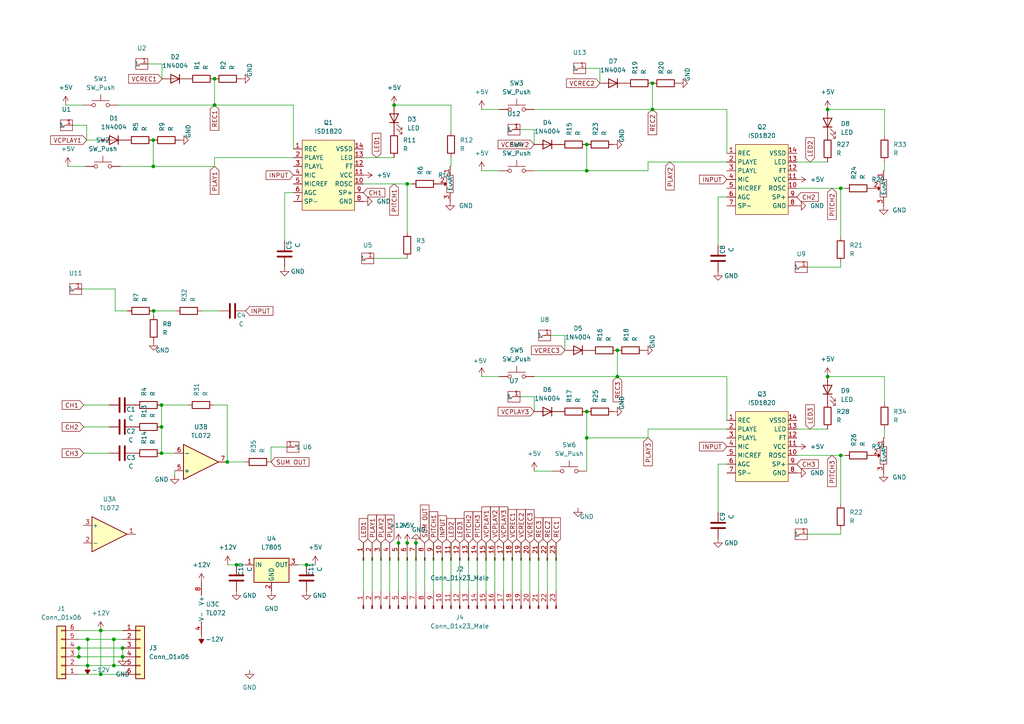
<source format=kicad_sch>
(kicad_sch (version 20230121) (generator eeschema)
  (paper "A4")
  (lib_symbols
    (symbol "Amplifier_Operational:TL072" (pin_names (offset 0.127))
      (property "Reference" "U" (at 0 5.08 0))
      (property "Value" "TL072" (at 0 -5.08 0))
      (symbol "TL072_1_1"
        (pin output line (at 7.62 0 180) (length 2.54) (name "~") (number "1"))
        (pin input line (at -7.62 -2.54 0) (length 2.54) (name "-") (number "2"))
        (pin input line (at -7.62 2.54 0) (length 2.54) (name "+") (number "3"))
      )
      (symbol "TL072_2_1"
        (pin input line (at -7.62 2.54 0) (length 2.54) (name "+") (number "5"))
        (pin input line (at -7.62 -2.54 0) (length 2.54) (name "-") (number "6"))
        (pin output line (at 7.62 0 180) (length 2.54) (name "~") (number "7"))
      )
      (symbol "TL072_3_1"
        (pin power_in line (at -2.54 -7.62 90) (length 3.81) (name "V-") (number "4"))
        (pin power_in line (at -2.54 7.62 270) (length 3.81) (name "V+") (number "8"))
      )
    )
    (symbol "Connector:Conn_01x23_Male" (pin_names (offset 1.016) hide)
      (property "Reference" "J" (at 0 30.48 0))
      (property "Value" "Conn_01x23_Male" (at 0 -30.48 0))
      (symbol "Conn_01x23_Male_1_1"
        (pin passive line (at 5.08 27.94 180) (length 3.81) (name "Pin_1") (number "1"))
        (pin passive line (at 5.08 5.08 180) (length 3.81) (name "Pin_10") (number "10"))
        (pin passive line (at 5.08 2.54 180) (length 3.81) (name "Pin_11") (number "11"))
        (pin passive line (at 5.08 0 180) (length 3.81) (name "Pin_12") (number "12"))
        (pin passive line (at 5.08 -2.54 180) (length 3.81) (name "Pin_13") (number "13"))
        (pin passive line (at 5.08 -5.08 180) (length 3.81) (name "Pin_14") (number "14"))
        (pin passive line (at 5.08 -7.62 180) (length 3.81) (name "Pin_15") (number "15"))
        (pin passive line (at 5.08 -10.16 180) (length 3.81) (name "Pin_16") (number "16"))
        (pin passive line (at 5.08 -12.7 180) (length 3.81) (name "Pin_17") (number "17"))
        (pin passive line (at 5.08 -15.24 180) (length 3.81) (name "Pin_18") (number "18"))
        (pin passive line (at 5.08 -17.78 180) (length 3.81) (name "Pin_19") (number "19"))
        (pin passive line (at 5.08 25.4 180) (length 3.81) (name "Pin_2") (number "2"))
        (pin passive line (at 5.08 -20.32 180) (length 3.81) (name "Pin_20") (number "20"))
        (pin passive line (at 5.08 -22.86 180) (length 3.81) (name "Pin_21") (number "21"))
        (pin passive line (at 5.08 -25.4 180) (length 3.81) (name "Pin_22") (number "22"))
        (pin passive line (at 5.08 -27.94 180) (length 3.81) (name "Pin_23") (number "23"))
        (pin passive line (at 5.08 22.86 180) (length 3.81) (name "Pin_3") (number "3"))
        (pin passive line (at 5.08 20.32 180) (length 3.81) (name "Pin_4") (number "4"))
        (pin passive line (at 5.08 17.78 180) (length 3.81) (name "Pin_5") (number "5"))
        (pin passive line (at 5.08 15.24 180) (length 3.81) (name "Pin_6") (number "6"))
        (pin passive line (at 5.08 12.7 180) (length 3.81) (name "Pin_7") (number "7"))
        (pin passive line (at 5.08 10.16 180) (length 3.81) (name "Pin_8") (number "8"))
        (pin passive line (at 5.08 7.62 180) (length 3.81) (name "Pin_9") (number "9"))
      )
    )
    (symbol "Connector_Generic:Conn_01x06" (pin_names (offset 1.016) hide)
      (property "Reference" "J" (at 0 7.62 0))
      (property "Value" "Conn_01x06" (at 0 -10.16 0))
      (symbol "Conn_01x06_1_1"
        (pin passive line (at -5.08 5.08 0) (length 3.81) (name "Pin_1") (number "1"))
        (pin passive line (at -5.08 2.54 0) (length 3.81) (name "Pin_2") (number "2"))
        (pin passive line (at -5.08 0 0) (length 3.81) (name "Pin_3") (number "3"))
        (pin passive line (at -5.08 -2.54 0) (length 3.81) (name "Pin_4") (number "4"))
        (pin passive line (at -5.08 -5.08 0) (length 3.81) (name "Pin_5") (number "5"))
        (pin passive line (at -5.08 -7.62 0) (length 3.81) (name "Pin_6") (number "6"))
      )
    )
    (symbol "Device:C" (pin_numbers hide) (pin_names (offset 0.254))
      (property "Reference" "C" (at 0.635 2.54 0))
      (property "Value" "C" (at 0.635 -2.54 0))
      (symbol "C_1_1"
        (pin passive line (at 0 3.81 270) (length 2.794) (name "~") (number "1"))
        (pin passive line (at 0 -3.81 90) (length 2.794) (name "~") (number "2"))
      )
    )
    (symbol "Device:LED" (pin_numbers hide) (pin_names (offset 1.016) hide)
      (property "Reference" "D" (at 0 2.54 0))
      (property "Value" "LED" (at 0 -2.54 0))
      (symbol "LED_1_1"
        (pin passive line (at -3.81 0 0) (length 2.54) (name "K") (number "1"))
        (pin passive line (at 3.81 0 180) (length 2.54) (name "A") (number "2"))
      )
    )
    (symbol "Device:R" (pin_numbers hide) (pin_names (offset 0))
      (property "Reference" "R" (at 2.032 0 90))
      (property "Value" "R" (at 0 0 90))
      (symbol "R_1_1"
        (pin passive line (at 0 3.81 270) (length 1.27) (name "~") (number "1"))
        (pin passive line (at 0 -3.81 90) (length 1.27) (name "~") (number "2"))
      )
    )
    (symbol "Diode:1N4004" (pin_numbers hide) (pin_names (offset 1.016) hide)
      (property "Reference" "D" (at 0 2.54 0))
      (property "Value" "1N4004" (at 0 -2.54 0))
      (symbol "1N4004_1_1"
        (pin passive line (at -3.81 0 0) (length 2.54) (name "K") (number "1"))
        (pin passive line (at 3.81 0 180) (length 2.54) (name "A") (number "2"))
      )
    )
    (symbol "HEJ:AlpsPot"
      (property "Reference" "R" (at -6.35 2.54 0))
      (symbol "AlpsPot_1_1"
        (pin passive line (at -3.556 -3.81 90) (length 2.54) (name "A") (number "1"))
        (pin passive line (at 0 1.27 180) (length 2.54) (name "S") (number "2"))
        (pin passive line (at -3.556 6.35 270) (length 2.54) (name "E") (number "3"))
        (pin no_connect line (at -11.684 0 270) (length 2.54) hide (name "NC") (number "4"))
        (pin no_connect line (at -13.716 0 270) (length 2.54) hide (name "NC") (number "5"))
        (pin no_connect line (at -16.002 0 270) (length 2.54) hide (name "NC") (number "6"))
      )
    )
    (symbol "HEJ:Aux_flush"
      (property "Reference" "U" (at -0.0508 5.3848 0))
      (symbol "Aux_flush_1_1"
        (pin bidirectional line (at 1.7272 0 180) (length 2) (name "1") (number "1"))
      )
    )
    (symbol "HEJ:ISD1820"
      (property "Reference" "Q" (at 0 13.97 0))
      (property "Value" "ISD1820" (at 1.27 -8.89 0))
      (symbol "ISD1820_1_1"
        (pin input line (at -8.89 10.16 0) (length 2.54) (name "REC") (number "1"))
        (pin input line (at 11.43 0 180) (length 2.54) (name "ROSC") (number "10"))
        (pin input line (at 11.43 2.54 180) (length 2.54) (name "VCC") (number "11"))
        (pin input line (at 11.43 5.08 180) (length 2.54) (name "FT") (number "12"))
        (pin input line (at 11.43 7.62 180) (length 2.54) (name "LED") (number "13"))
        (pin input line (at 11.43 10.16 180) (length 2.54) (name "VSSD") (number "14"))
        (pin input line (at -8.89 7.62 0) (length 2.54) (name "PLAYE") (number "2"))
        (pin input line (at -8.89 5.08 0) (length 2.54) (name "PLAYL") (number "3"))
        (pin input line (at -8.89 2.54 0) (length 2.54) (name "MIC") (number "4"))
        (pin input line (at -8.89 0 0) (length 2.54) (name "MICREF") (number "5"))
        (pin input line (at -8.89 -2.54 0) (length 2.54) (name "AGC") (number "6"))
        (pin input line (at -8.89 -5.08 0) (length 2.54) (name "SP-") (number "7"))
        (pin input line (at 11.43 -5.08 180) (length 2.54) (name "GND") (number "8"))
        (pin input line (at 11.43 -2.54 180) (length 2.54) (name "SP+") (number "9"))
      )
    )
    (symbol "Regulator_Linear:L7805" (pin_names (offset 0.254))
      (property "Reference" "U" (at -3.81 3.175 0))
      (property "Value" "L7805" (at 0 3.175 0))
      (symbol "L7805_1_1"
        (pin power_in line (at -7.62 0 0) (length 2.54) (name "IN") (number "1"))
        (pin power_in line (at 0 -7.62 90) (length 2.54) (name "GND") (number "2"))
        (pin power_out line (at 7.62 0 180) (length 2.54) (name "OUT") (number "3"))
      )
    )
    (symbol "Switch:SW_Push" (pin_numbers hide) (pin_names (offset 1.016) hide)
      (property "Reference" "SW" (at 1.27 2.54 0))
      (property "Value" "SW_Push" (at 0 -1.524 0))
      (symbol "SW_Push_0_1"
        (pin passive line (at -5.08 0 0) (length 2.54) (name "1") (number "1"))
        (pin passive line (at 5.08 0 180) (length 2.54) (name "2") (number "2"))
      )
    )
    (symbol "power:+12V" (power) (pin_names (offset 0))
      (property "Value" "+12V" (at 0 3.556 0))
      (symbol "+12V_1_1"
        (pin power_in line (at 0 0 90) (length 0) hide (name "+12V") (number "1"))
      )
    )
    (symbol "power:+5V" (power) (pin_names (offset 0))
      (property "Value" "+5V" (at 0 3.556 0))
      (symbol "+5V_1_1"
        (pin power_in line (at 0 0 90) (length 0) hide (name "+5V") (number "1"))
      )
    )
    (symbol "power:-12V" (power) (pin_names (offset 0))
      (property "Value" "-12V" (at 0 3.81 0))
      (symbol "-12V_0_0"
        (pin power_in line (at 0 0 90) (length 0) hide (name "-12V") (number "1"))
      )
    )
    (symbol "power:GND" (power) (pin_names (offset 0))
      (property "Value" "GND" (at 0 -3.81 0))
      (symbol "GND_1_1"
        (pin power_in line (at 0 0 270) (length 0) hide (name "GND") (number "1"))
      )
    )
  )
  (junction (at 179.07 109.22))
  (junction (at 114.3 30.48))
  (junction (at 243.84 54.61))
  (junction (at 240.03 109.22))
  (junction (at 22.86 187.96))
  (junction (at 189.23 24.13))
  (junction (at 170.18 119.38))
  (junction (at 120.65 157.48))
  (junction (at 46.863 117.475))
  (junction (at 179.07 101.6))
  (junction (at 240.03 31.75))
  (junction (at 35.56 190.5))
  (junction (at 46.863 123.825))
  (junction (at 29.21 182.88))
  (junction (at 46.863 131.445))
  (junction (at 115.57 157.48))
  (junction (at 118.11 53.34))
  (junction (at 68.58 163.83))
  (junction (at 62.23 22.86))
  (junction (at 25.4 193.04))
  (junction (at 44.577 90.17))
  (junction (at 189.23 31.75))
  (junction (at 65.913 133.985))
  (junction (at 170.18 127))
  (junction (at 170.18 49.53))
  (junction (at 29.21 195.58))
  (junction (at 118.11 157.48))
  (junction (at 170.18 41.91))
  (junction (at 44.45 40.64))
  (junction (at 25.4 185.42))
  (junction (at 62.23 30.48))
  (junction (at 88.9 163.83))
  (junction (at 22.86 190.5))
  (junction (at 44.45 48.26))
  (junction (at 33.02 185.42))
  (junction (at 243.84 132.08))
  (junction (at 35.56 187.96))
  (junction (at 33.02 193.04))
  (wire (pts (xy 23.6982 83.82) (xy 33.401 83.82)))
  (wire (pts (xy 170.18 119.38) (xy 170.18 127)))
  (wire (pts (xy 189.23 31.75) (xy 210.82 31.75)))
  (wire (pts (xy 46.863 131.445) (xy 50.673 131.445)))
  (wire (pts (xy 68.58 163.83) (xy 71.12 163.83)))
  (wire (pts (xy 150.8252 115.062) (xy 154.94 115.062)))
  (wire (pts (xy 62.23 45.72) (xy 85.09 45.72)))
  (wire (pts (xy 46.99 18.542) (xy 46.99 22.86)))
  (wire (pts (xy 173.99 19.812) (xy 173.99 24.13)))
  (wire (pts (xy 234.1372 154.94) (xy 243.84 154.94)))
  (wire (pts (xy 154.94 109.22) (xy 179.07 109.22)))
  (wire (pts (xy 105.41 53.34) (xy 118.11 53.34)))
  (wire (pts (xy 210.82 31.75) (xy 210.82 44.45)))
  (wire (pts (xy 170.18 49.53) (xy 187.96 49.53)))
  (wire (pts (xy 243.84 153.67) (xy 243.84 154.94)))
  (wire (pts (xy 231.14 46.99) (xy 240.03 46.99)))
  (wire (pts (xy 243.84 132.08) (xy 243.84 146.05)))
  (wire (pts (xy 82.55 69.85) (xy 82.55 55.88)))
  (wire (pts (xy 243.84 132.08) (xy 245.11 132.08)))
  (wire (pts (xy 159.7152 97.282) (xy 163.83 97.282)))
  (wire (pts (xy 24.257 123.825) (xy 31.623 123.825)))
  (wire (pts (xy 22.86 185.42) (xy 25.4 185.42)))
  (wire (pts (xy 50.673 136.525) (xy 50.673 137.795)))
  (wire (pts (xy 22.86 195.58) (xy 29.21 195.58)))
  (wire (pts (xy 139.7 49.53) (xy 144.78 49.53)))
  (wire (pts (xy 187.96 124.46) (xy 210.82 124.46)))
  (wire (pts (xy 22.86 193.04) (xy 25.4 193.04)))
  (wire (pts (xy 240.03 109.22) (xy 256.54 109.22)))
  (wire (pts (xy 210.82 109.22) (xy 210.82 121.92)))
  (wire (pts (xy 256.54 124.46) (xy 256.54 127)))
  (wire (pts (xy 169.8752 19.812) (xy 173.99 19.812)))
  (wire (pts (xy 29.21 182.88) (xy 29.21 195.58)))
  (wire (pts (xy 25.4 185.42) (xy 33.02 185.42)))
  (wire (pts (xy 33.02 185.42) (xy 33.02 193.04)))
  (wire (pts (xy 256.54 46.99) (xy 256.54 49.53)))
  (wire (pts (xy 208.28 71.12) (xy 208.28 57.15)))
  (wire (pts (xy 130.81 30.48) (xy 130.81 38.1)))
  (wire (pts (xy 35.56 187.96) (xy 35.56 190.5)))
  (wire (pts (xy 154.94 31.75) (xy 189.23 31.75)))
  (wire (pts (xy 158.75 157.48) (xy 158.75 171.45)))
  (wire (pts (xy 151.13 157.48) (xy 151.13 171.45)))
  (wire (pts (xy 231.14 54.61) (xy 243.84 54.61)))
  (wire (pts (xy 33.401 83.82) (xy 33.401 90.17)))
  (wire (pts (xy 156.21 157.48) (xy 156.21 171.45)))
  (wire (pts (xy 150.8252 37.592) (xy 154.94 37.592)))
  (wire (pts (xy 36.957 90.17) (xy 33.401 90.17)))
  (wire (pts (xy 135.89 157.48) (xy 135.89 171.45)))
  (wire (pts (xy 82.55 55.88) (xy 85.09 55.88)))
  (wire (pts (xy 256.54 31.75) (xy 256.54 39.37)))
  (wire (pts (xy 44.577 90.17) (xy 50.927 90.17)))
  (wire (pts (xy 240.03 31.75) (xy 256.54 31.75)))
  (wire (pts (xy 208.28 57.15) (xy 210.82 57.15)))
  (wire (pts (xy 105.41 45.72) (xy 114.3 45.72)))
  (wire (pts (xy 189.23 24.13) (xy 189.23 31.75)))
  (wire (pts (xy 115.57 157.48) (xy 115.57 171.45)))
  (wire (pts (xy 62.23 30.48) (xy 85.09 30.48)))
  (wire (pts (xy 187.96 49.53) (xy 187.96 46.99)))
  (wire (pts (xy 128.27 157.48) (xy 128.27 171.45)))
  (wire (pts (xy 65.913 117.475) (xy 65.913 133.985)))
  (wire (pts (xy 46.863 117.475) (xy 54.483 117.475)))
  (wire (pts (xy 118.11 53.34) (xy 118.11 67.31)))
  (wire (pts (xy 44.577 91.44) (xy 44.577 90.17)))
  (wire (pts (xy 22.86 190.5) (xy 35.56 190.5)))
  (wire (pts (xy 33.02 185.42) (xy 35.56 185.42)))
  (wire (pts (xy 243.84 54.61) (xy 245.11 54.61)))
  (wire (pts (xy 78.613 129.667) (xy 78.613 133.985)))
  (wire (pts (xy 105.41 157.48) (xy 105.41 171.45)))
  (wire (pts (xy 187.96 127) (xy 187.96 124.46)))
  (wire (pts (xy 231.14 132.08) (xy 243.84 132.08)))
  (wire (pts (xy 154.94 37.592) (xy 154.94 41.91)))
  (wire (pts (xy 25.146 36.322) (xy 25.146 40.64)))
  (wire (pts (xy 231.14 124.46) (xy 240.03 124.46)))
  (wire (pts (xy 66.04 163.83) (xy 68.58 163.83)))
  (wire (pts (xy 170.18 127) (xy 170.18 136.652)))
  (wire (pts (xy 125.73 157.48) (xy 125.73 171.45)))
  (wire (pts (xy 153.67 157.48) (xy 153.67 171.45)))
  (wire (pts (xy 29.21 195.58) (xy 35.56 195.58)))
  (wire (pts (xy 91.44 163.83) (xy 88.9 163.83)))
  (wire (pts (xy 62.23 22.86) (xy 62.23 30.48)))
  (wire (pts (xy 19.05 30.48) (xy 24.13 30.48)))
  (wire (pts (xy 179.07 101.6) (xy 179.07 109.22)))
  (wire (pts (xy 29.21 182.88) (xy 35.56 182.88)))
  (wire (pts (xy 256.54 127) (xy 256.286 127)))
  (wire (pts (xy 25.4 185.42) (xy 25.4 193.04)))
  (wire (pts (xy 44.45 40.64) (xy 44.45 48.26)))
  (wire (pts (xy 170.18 41.91) (xy 170.18 49.53)))
  (wire (pts (xy 130.81 45.72) (xy 130.81 48.26)))
  (wire (pts (xy 148.59 157.48) (xy 148.59 171.45)))
  (wire (pts (xy 138.43 157.48) (xy 138.43 171.45)))
  (wire (pts (xy 21.0312 36.322) (xy 25.146 36.322)))
  (wire (pts (xy 44.45 48.26) (xy 62.23 48.26)))
  (wire (pts (xy 107.95 157.48) (xy 107.95 171.45)))
  (wire (pts (xy 24.257 131.445) (xy 31.623 131.445)))
  (wire (pts (xy 163.83 97.282) (xy 163.83 101.6)))
  (wire (pts (xy 62.23 48.26) (xy 62.23 45.72)))
  (wire (pts (xy 110.49 157.48) (xy 110.49 171.45)))
  (wire (pts (xy 154.94 136.652) (xy 160.02 136.652)))
  (wire (pts (xy 208.28 148.59) (xy 208.28 134.62)))
  (wire (pts (xy 19.685 48.26) (xy 24.765 48.26)))
  (wire (pts (xy 22.86 182.88) (xy 29.21 182.88)))
  (wire (pts (xy 25.146 40.64) (xy 29.21 40.64)))
  (wire (pts (xy 46.863 123.825) (xy 46.863 131.445)))
  (wire (pts (xy 234.1372 77.47) (xy 243.84 77.47)))
  (wire (pts (xy 118.11 53.34) (xy 119.38 53.34)))
  (wire (pts (xy 187.96 46.99) (xy 210.82 46.99)))
  (wire (pts (xy 114.3 30.48) (xy 130.81 30.48)))
  (wire (pts (xy 34.925 48.26) (xy 44.45 48.26)))
  (wire (pts (xy 118.11 157.48) (xy 118.11 171.45)))
  (wire (pts (xy 65.913 133.985) (xy 70.993 133.985)))
  (wire (pts (xy 208.28 134.62) (xy 210.82 134.62)))
  (wire (pts (xy 179.07 109.22) (xy 210.82 109.22)))
  (wire (pts (xy 243.84 76.2) (xy 243.84 77.47)))
  (wire (pts (xy 22.86 187.96) (xy 35.56 187.96)))
  (wire (pts (xy 120.65 157.48) (xy 120.65 171.45)))
  (wire (pts (xy 243.84 54.61) (xy 243.84 68.58)))
  (wire (pts (xy 113.03 157.48) (xy 113.03 171.45)))
  (wire (pts (xy 133.35 157.48) (xy 133.35 171.45)))
  (wire (pts (xy 34.29 30.48) (xy 62.23 30.48)))
  (wire (pts (xy 24.257 117.475) (xy 31.623 117.475)))
  (wire (pts (xy 85.09 30.48) (xy 85.09 43.18)))
  (wire (pts (xy 25.4 193.04) (xy 33.02 193.04)))
  (wire (pts (xy 130.81 48.26) (xy 130.556 48.26)))
  (wire (pts (xy 170.18 127) (xy 187.96 127)))
  (wire (pts (xy 65.913 117.475) (xy 62.103 117.475)))
  (wire (pts (xy 58.547 90.17) (xy 63.627 90.17)))
  (wire (pts (xy 256.54 49.53) (xy 256.286 49.53)))
  (wire (pts (xy 130.81 157.48) (xy 130.81 171.45)))
  (wire (pts (xy 108.4072 74.93) (xy 118.11 74.93)))
  (wire (pts (xy 139.7 109.22) (xy 144.78 109.22)))
  (wire (pts (xy 146.05 157.48) (xy 146.05 171.45)))
  (wire (pts (xy 33.02 193.04) (xy 35.56 193.04)))
  (wire (pts (xy 88.9 163.83) (xy 86.36 163.83)))
  (wire (pts (xy 123.19 157.48) (xy 123.19 171.45)))
  (wire (pts (xy 139.7 31.75) (xy 144.78 31.75)))
  (wire (pts (xy 154.94 49.53) (xy 170.18 49.53)))
  (wire (pts (xy 154.94 115.062) (xy 154.94 119.38)))
  (wire (pts (xy 140.97 157.48) (xy 140.97 171.45)))
  (wire (pts (xy 42.8752 18.542) (xy 46.99 18.542)))
  (wire (pts (xy 143.51 157.48) (xy 143.51 171.45)))
  (wire (pts (xy 46.863 117.475) (xy 46.863 123.825)))
  (wire (pts (xy 22.86 187.96) (xy 22.86 190.5)))
  (wire (pts (xy 83.2358 129.667) (xy 78.613 129.667)))
  (wire (pts (xy 161.29 157.48) (xy 161.29 171.45)))
  (wire (pts (xy 256.54 109.22) (xy 256.54 116.84)))
  (global_label "LED1" (shape input) (at 105.41 157.48 90) (property "Intersheetrefs" "${INTERSHEET_REFS}" (effects hide)))
  (global_label "PLAY1" (shape input) (at 62.23 48.26 270) (property "Intersheetrefs" "${INTERSHEET_REFS}" (effects hide)))
  (global_label "LED3" (shape input) (at 234.95 124.46 90) (property "Intersheetrefs" "${INTERSHEET_REFS}" (effects hide)))
  (global_label "VCREC3" (shape input) (at 153.67 157.48 90) (property "Intersheetrefs" "${INTERSHEET_REFS}" (effects hide)))
  (global_label "CH1" (shape input) (at 24.257 117.475 180) (property "Intersheetrefs" "${INTERSHEET_REFS}" (effects hide)))
  (global_label "REC1" (shape input) (at 62.23 30.48 270) (property "Intersheetrefs" "${INTERSHEET_REFS}" (effects hide)))
  (global_label "CH2" (shape input) (at 24.257 123.825 180) (property "Intersheetrefs" "${INTERSHEET_REFS}" (effects hide)))
  (global_label "VCPLAY3" (shape input) (at 154.94 119.38 180) (property "Intersheetrefs" "${INTERSHEET_REFS}" (effects hide)))
  (global_label "PLAY1" (shape input) (at 107.95 157.48 90) (property "Intersheetrefs" "${INTERSHEET_REFS}" (effects hide)))
  (global_label "LED2" (shape input) (at 234.95 46.99 90) (property "Intersheetrefs" "${INTERSHEET_REFS}" (effects hide)))
  (global_label "SUM OUT" (shape input) (at 78.613 133.985 0) (property "Intersheetrefs" "${INTERSHEET_REFS}" (effects hide)))
  (global_label "LED1" (shape input) (at 109.22 45.72 90) (property "Intersheetrefs" "${INTERSHEET_REFS}" (effects hide)))
  (global_label "VCPLAY3" (shape input) (at 146.05 157.48 90) (property "Intersheetrefs" "${INTERSHEET_REFS}" (effects hide)))
  (global_label "INPUT" (shape input) (at 128.27 157.48 90) (property "Intersheetrefs" "${INTERSHEET_REFS}" (effects hide)))
  (global_label "REC3" (shape input) (at 156.21 157.48 90) (property "Intersheetrefs" "${INTERSHEET_REFS}" (effects hide)))
  (global_label "VCREC2" (shape input) (at 173.99 24.13 180) (property "Intersheetrefs" "${INTERSHEET_REFS}" (effects hide)))
  (global_label "CH3" (shape input) (at 24.257 131.445 180) (property "Intersheetrefs" "${INTERSHEET_REFS}" (effects hide)))
  (global_label "REC1" (shape input) (at 161.29 157.48 90) (property "Intersheetrefs" "${INTERSHEET_REFS}" (effects hide)))
  (global_label "VCREC1" (shape input) (at 148.59 157.48 90) (property "Intersheetrefs" "${INTERSHEET_REFS}" (effects hide)))
  (global_label "VCPLAY2" (shape input) (at 143.51 157.48 90) (property "Intersheetrefs" "${INTERSHEET_REFS}" (effects hide)))
  (global_label "CH3" (shape input) (at 231.14 134.62 0) (property "Intersheetrefs" "${INTERSHEET_REFS}" (effects hide)))
  (global_label "INPUT" (shape input) (at 210.82 52.07 180) (property "Intersheetrefs" "${INTERSHEET_REFS}" (effects hide)))
  (global_label "CH1" (shape input) (at 105.41 55.88 0) (property "Intersheetrefs" "${INTERSHEET_REFS}" (effects hide)))
  (global_label "INPUT" (shape input) (at 85.09 50.8 180) (property "Intersheetrefs" "${INTERSHEET_REFS}" (effects hide)))
  (global_label "PITCH2" (shape input) (at 241.3 54.61 270) (property "Intersheetrefs" "${INTERSHEET_REFS}" (effects hide)))
  (global_label "PITCH3" (shape input) (at 138.43 157.48 90) (property "Intersheetrefs" "${INTERSHEET_REFS}" (effects hide)))
  (global_label "REC2" (shape input) (at 189.23 31.75 270) (property "Intersheetrefs" "${INTERSHEET_REFS}" (effects hide)))
  (global_label "VCREC1" (shape input) (at 46.99 22.86 180) (property "Intersheetrefs" "${INTERSHEET_REFS}" (effects hide)))
  (global_label "INPUT" (shape input) (at 71.247 90.17 0) (property "Intersheetrefs" "${INTERSHEET_REFS}" (effects hide)))
  (global_label "REC3" (shape input) (at 179.07 109.22 270) (property "Intersheetrefs" "${INTERSHEET_REFS}" (effects hide)))
  (global_label "SUM OUT" (shape input) (at 123.19 157.48 90) (property "Intersheetrefs" "${INTERSHEET_REFS}" (effects hide)))
  (global_label "PLAY3" (shape input) (at 187.96 127 270) (property "Intersheetrefs" "${INTERSHEET_REFS}" (effects hide)))
  (global_label "INPUT" (shape input) (at 210.82 129.54 180) (property "Intersheetrefs" "${INTERSHEET_REFS}" (effects hide)))
  (global_label "VCPLAY1" (shape input) (at 25.146 40.64 180) (property "Intersheetrefs" "${INTERSHEET_REFS}" (effects hide)))
  (global_label "VCPLAY2" (shape input) (at 154.94 41.91 180) (property "Intersheetrefs" "${INTERSHEET_REFS}" (effects hide)))
  (global_label "PITCH1" (shape input) (at 125.73 157.48 90) (property "Intersheetrefs" "${INTERSHEET_REFS}" (effects hide)))
  (global_label "CH2" (shape input) (at 231.14 57.15 0) (property "Intersheetrefs" "${INTERSHEET_REFS}" (effects hide)))
  (global_label "PLAY2" (shape input) (at 194.31 46.99 270) (property "Intersheetrefs" "${INTERSHEET_REFS}" (effects hide)))
  (global_label "REC2" (shape input) (at 158.75 157.48 90) (property "Intersheetrefs" "${INTERSHEET_REFS}" (effects hide)))
  (global_label "VCREC2" (shape input) (at 151.13 157.48 90) (property "Intersheetrefs" "${INTERSHEET_REFS}" (effects hide)))
  (global_label "VCPLAY1" (shape input) (at 140.97 157.48 90) (property "Intersheetrefs" "${INTERSHEET_REFS}" (effects hide)))
  (global_label "LED2" (shape input) (at 130.81 157.48 90) (property "Intersheetrefs" "${INTERSHEET_REFS}" (effects hide)))
  (global_label "PITCH3" (shape input) (at 241.3 132.08 270) (property "Intersheetrefs" "${INTERSHEET_REFS}" (effects hide)))
  (global_label "PLAY2" (shape input) (at 110.49 157.48 90) (property "Intersheetrefs" "${INTERSHEET_REFS}" (effects hide)))
  (global_label "PITCH1" (shape input) (at 114.3 53.34 270) (property "Intersheetrefs" "${INTERSHEET_REFS}" (effects hide)))
  (global_label "LED3" (shape input) (at 133.35 157.48 90) (property "Intersheetrefs" "${INTERSHEET_REFS}" (effects hide)))
  (global_label "VCREC3" (shape input) (at 163.83 101.6 180) (property "Intersheetrefs" "${INTERSHEET_REFS}" (effects hide)))
  (global_label "PLAY3" (shape input) (at 113.03 157.48 90) (property "Intersheetrefs" "${INTERSHEET_REFS}" (effects hide)))
  (global_label "PITCH2" (shape input) (at 135.89 157.48 90) (property "Intersheetrefs" "${INTERSHEET_REFS}" (effects hide)))
  (symbol (lib_id "Switch:SW_Push") (at 165.1 136.652 0) (unit 1)
    (property "Reference" "SW6" (at 165.1 129.032 0))
    (property "Value" "SW_Push" (at 165.1 131.572 0))
    (property "Footprint" "Library:PushButton" (effects hide))
  )
  (symbol (lib_id "Device:R") (at 240.03 43.18 0) (unit 1)
    (property "Reference" "R27" (at 242.57 41.9099 0) (effects (justify left)))
    (property "Value" "R" (at 242.57 44.4499 0) (effects (justify left)))
    (property "Footprint" "Resistor_THT:R_Axial_DIN0207_L6.3mm_D2.5mm_P10.16mm_Horizontal" (effects hide))
  )
  (symbol (lib_id "Device:R") (at 248.92 54.61 90) (unit 1)
    (property "Reference" "R24" (at 247.6499 52.07 0) (effects (justify left)))
    (property "Value" "R" (at 250.1899 52.07 0) (effects (justify left)))
    (property "Footprint" "Resistor_THT:R_Axial_DIN0207_L6.3mm_D2.5mm_P10.16mm_Horizontal" (effects hide))
  )
  (symbol (lib_id "Device:R") (at 248.92 132.08 90) (unit 1)
    (property "Reference" "R26" (at 247.6499 129.54 0) (effects (justify left)))
    (property "Value" "R" (at 250.1899 129.54 0) (effects (justify left)))
    (property "Footprint" "Resistor_THT:R_Axial_DIN0207_L6.3mm_D2.5mm_P10.16mm_Horizontal" (effects hide))
  )
  (symbol (lib_id "Switch:SW_Push") (at 149.86 31.75 0) (unit 1)
    (property "Reference" "SW3" (at 149.86 24.13 0))
    (property "Value" "SW_Push" (at 149.86 26.67 0))
    (property "Footprint" "Library:PushButton" (effects hide))
  )
  (symbol (lib_id "power:+5V") (at 118.11 157.48 0) (unit 1)
    (property "Reference" "#PWR0101" (effects hide))
    (property "Value" "+5V" (at 118.11 152.4 0))
  )
  (symbol (lib_id "power:GND") (at 256.286 59.69 0) (unit 1)
    (property "Reference" "#PWR0126" (effects hide))
    (property "Value" "GND" (at 258.826 60.9599 0) (effects (justify left)))
  )
  (symbol (lib_id "power:GND") (at 196.85 24.13 90) (unit 1)
    (property "Reference" "#PWR0129" (effects hide))
    (property "Value" "GND" (at 199.39 21.59 0))
  )
  (symbol (lib_id "Device:LED") (at 240.03 35.56 90) (unit 1)
    (property "Reference" "D8" (at 243.84 35.8774 90) (effects (justify right)))
    (property "Value" "LED" (at 243.84 38.4174 90) (effects (justify right)))
    (property "Footprint" "LED_THT:LED_D5.0mm" (effects hide))
  )
  (symbol (lib_id "Device:C") (at 35.433 123.825 90) (unit 1)
    (property "Reference" "C2" (at 37.973 125.095 90))
    (property "Value" "C" (at 37.973 127.635 90))
    (property "Footprint" "Capacitor_THT:C_Axial_L3.8mm_D2.6mm_P7.50mm_Horizontal" (effects hide))
  )
  (symbol (lib_id "HEJ:Aux_flush") (at 84.963 129.667 180) (unit 1)
    (property "Reference" "U6" (at 87.757 129.6415 0) (effects (justify right)))
    (property "Value" "Aux_flush" (effects hide))
    (property "Footprint" "Library:aux_flush" (effects hide))
  )
  (symbol (lib_id "power:GND") (at 78.74 171.45 0) (unit 1)
    (property "Reference" "#PWR0109" (effects hide))
    (property "Value" "GND" (at 78.74 176.53 0))
  )
  (symbol (lib_id "power:GND") (at 208.28 156.21 0) (unit 1)
    (property "Reference" "#PWR0140" (effects hide))
    (property "Value" "GND" (at 212.09 157.48 0))
  )
  (symbol (lib_id "Device:C") (at 35.433 131.445 90) (unit 1)
    (property "Reference" "C3" (at 37.973 132.715 90))
    (property "Value" "C" (at 37.973 135.255 90))
    (property "Footprint" "Capacitor_THT:C_Axial_L3.8mm_D2.6mm_P7.50mm_Horizontal" (effects hide))
  )
  (symbol (lib_id "Amplifier_Operational:TL072") (at 60.96 176.53 0) (unit 3)
    (property "Reference" "U3" (at 59.69 175.2599 0) (effects (justify left)))
    (property "Value" "TL072" (at 59.69 177.7999 0) (effects (justify left)))
    (property "Footprint" "Package_DIP:DIP-8_W7.62mm_Socket" (effects hide))
    (property "Datasheet" "http://www.ti.com/lit/ds/symlink/tl071.pdf" (effects hide))
  )
  (symbol (lib_id "power:+5V") (at 139.7 109.22 0) (unit 1)
    (property "Reference" "#PWR0130" (effects hide))
    (property "Value" "+5V" (at 139.192 104.648 0))
  )
  (symbol (lib_id "Device:R") (at 256.54 120.65 180) (unit 1)
    (property "Reference" "R34" (at 259.08 119.3799 0) (effects (justify right)))
    (property "Value" "R" (at 259.08 121.9199 0) (effects (justify right)))
    (property "Footprint" "Resistor_THT:R_Axial_DIN0207_L6.3mm_D2.5mm_P10.16mm_Horizontal" (effects hide))
  )
  (symbol (lib_id "Device:R") (at 240.03 120.65 0) (unit 1)
    (property "Reference" "R28" (at 242.57 119.3799 0) (effects (justify left)))
    (property "Value" "R" (at 242.57 121.9199 0) (effects (justify left)))
    (property "Footprint" "Resistor_THT:R_Axial_DIN0207_L6.3mm_D2.5mm_P10.16mm_Horizontal" (effects hide))
  )
  (symbol (lib_id "power:GND") (at 105.41 58.42 90) (unit 1)
    (property "Reference" "#PWR0112" (effects hide))
    (property "Value" "GND" (at 109.22 58.4199 90) (effects (justify right)))
  )
  (symbol (lib_id "power:GND") (at 35.56 190.5 0) (unit 1)
    (property "Reference" "#PWR0107" (effects hide))
    (property "Value" "GND" (at 35.56 195.58 0))
  )
  (symbol (lib_id "Device:C") (at 67.437 90.17 90) (unit 1)
    (property "Reference" "C4" (at 69.977 91.44 90))
    (property "Value" "C" (at 69.977 93.98 90))
    (property "Footprint" "Capacitor_THT:C_Axial_L3.8mm_D2.6mm_P10.00mm_Horizontal" (effects hide))
  )
  (symbol (lib_id "Device:C") (at 68.58 167.64 180) (unit 1)
    (property "Reference" "C10" (at 69.85 165.1 90))
    (property "Value" "C" (at 72.39 165.1 90))
    (property "Footprint" "Capacitor_THT:C_Axial_L3.8mm_D2.6mm_P10.00mm_Horizontal" (effects hide))
  )
  (symbol (lib_id "power:GND") (at 69.85 22.86 90) (unit 1)
    (property "Reference" "#PWR0103" (effects hide))
    (property "Value" "GND" (at 72.39 20.32 0))
  )
  (symbol (lib_id "power:GND") (at 177.8 119.38 90) (unit 1)
    (property "Reference" "#PWR0151" (effects hide))
    (property "Value" "GND" (at 180.34 116.84 0))
  )
  (symbol (lib_id "Connector_Generic:Conn_01x06") (at 40.64 187.96 0) (unit 1)
    (property "Reference" "J3" (at 43.18 187.9599 0) (effects (justify left)))
    (property "Value" "Conn_01x06" (at 43.18 190.4999 0) (effects (justify left)))
    (property "Footprint" "Connector_PinHeader_2.54mm:PinHeader_1x06_P2.54mm_Vertical" (effects hide))
  )
  (symbol (lib_id "Device:R") (at 185.42 24.13 90) (unit 1)
    (property "Reference" "R19" (at 184.1499 21.59 0) (effects (justify left)))
    (property "Value" "R" (at 186.6899 21.59 0) (effects (justify left)))
    (property "Footprint" "Resistor_THT:R_Axial_DIN0207_L6.3mm_D2.5mm_P10.16mm_Horizontal" (effects hide))
  )
  (symbol (lib_id "power:GND") (at 177.8 41.91 90) (unit 1)
    (property "Reference" "#PWR0153" (effects hide))
    (property "Value" "GND" (at 180.34 39.37 0))
  )
  (symbol (lib_id "power:-12V") (at 58.42 184.15 180) (unit 1)
    (property "Reference" "#PWR0117" (effects hide))
    (property "Value" "-12V" (at 62.23 185.42 0))
  )
  (symbol (lib_id "Device:R") (at 43.053 123.825 90) (unit 1)
    (property "Reference" "R13" (at 41.7829 121.285 0) (effects (justify left)))
    (property "Value" "R" (at 44.3229 121.285 0) (effects (justify left)))
    (property "Footprint" "Resistor_THT:R_Axial_DIN0207_L6.3mm_D2.5mm_P10.16mm_Horizontal" (effects hide))
  )
  (symbol (lib_id "Amplifier_Operational:TL072") (at 58.293 133.985 0) (mirror x) (unit 2)
    (property "Reference" "U3" (at 58.293 123.825 0))
    (property "Value" "TL072" (at 58.293 126.365 0))
    (property "Footprint" "Package_DIP:DIP-8_W7.62mm_Socket" (effects hide))
    (property "Datasheet" "http://www.ti.com/lit/ds/symlink/tl071.pdf" (effects hide))
  )
  (symbol (lib_id "Device:C") (at 88.9 167.64 180) (unit 1)
    (property "Reference" "C11" (at 90.17 165.1 90))
    (property "Value" "C" (at 92.71 165.1 90))
    (property "Footprint" "Capacitor_THT:C_Axial_L3.8mm_D2.6mm_P10.00mm_Horizontal" (effects hide))
  )
  (symbol (lib_id "HEJ:AlpsPot") (at 252.73 53.34 180) (unit 1)
    (property "Reference" "R29" (at 252.73 52.07 0) (effects (justify right)))
    (property "Value" "AlpsPot" (effects hide))
    (property "Footprint" "Library:AlpsPot" (effects hide))
  )
  (symbol (lib_id "Device:R") (at 66.04 22.86 90) (unit 1)
    (property "Reference" "R2" (at 64.7699 20.32 0) (effects (justify left)))
    (property "Value" "R" (at 67.3099 20.32 0) (effects (justify left)))
    (property "Footprint" "Resistor_THT:R_Axial_DIN0207_L6.3mm_D2.5mm_P10.16mm_Horizontal" (effects hide))
  )
  (symbol (lib_id "power:GND") (at 256.286 137.16 0) (unit 1)
    (property "Reference" "#PWR0132" (effects hide))
    (property "Value" "GND" (at 258.826 138.4299 0) (effects (justify left)))
  )
  (symbol (lib_id "Device:R") (at 44.577 95.25 0) (unit 1)
    (property "Reference" "R8" (at 47.117 93.9799 0) (effects (justify left)))
    (property "Value" "R" (at 47.117 96.5199 0) (effects (justify left)))
    (property "Footprint" "Resistor_THT:R_Axial_DIN0207_L6.3mm_D2.5mm_P10.16mm_Horizontal" (effects hide))
  )
  (symbol (lib_id "Switch:SW_Push") (at 149.86 109.22 0) (unit 1)
    (property "Reference" "SW5" (at 149.86 101.6 0))
    (property "Value" "SW_Push" (at 149.86 104.14 0))
    (property "Footprint" "Library:PushButton" (effects hide))
  )
  (symbol (lib_id "Connector_Generic:Conn_01x06") (at 17.78 190.5 180) (unit 1)
    (property "Reference" "J1" (at 17.78 176.53 0))
    (property "Value" "Conn_01x06" (at 17.78 179.07 0))
    (property "Footprint" "Connector_PinHeader_2.54mm:PinHeader_1x06_P2.54mm_Vertical" (effects hide))
  )
  (symbol (lib_id "Device:R") (at 166.37 41.91 90) (unit 1)
    (property "Reference" "R15" (at 165.0999 39.37 0) (effects (justify left)))
    (property "Value" "R" (at 167.6399 39.37 0) (effects (justify left)))
    (property "Footprint" "Resistor_THT:R_Axial_DIN0207_L6.3mm_D2.5mm_P10.16mm_Horizontal" (effects hide))
  )
  (symbol (lib_id "power:+5V") (at 19.685 48.26 0) (unit 1)
    (property "Reference" "#PWR0120" (effects hide))
    (property "Value" "+5V" (at 19.685 43.18 0))
  )
  (symbol (lib_id "HEJ:Aux_flush") (at 149.098 37.592 0) (unit 1)
    (property "Reference" "U12" (at 149.0726 33.02 0))
    (property "Value" "Aux_flush" (effects hide))
    (property "Footprint" "Library:aux_flush" (effects hide))
  )
  (symbol (lib_id "Connector:Conn_01x23_Male") (at 133.35 176.53 90) (unit 1)
    (property "Reference" "J4" (at 133.35 179.07 90))
    (property "Value" "Conn_01x23_Male" (at 133.35 181.61 90))
    (property "Footprint" "Connector_PinHeader_2.54mm:PinHeader_1x23_P2.54mm_Vertical" (effects hide))
  )
  (symbol (lib_id "Device:R") (at 118.11 71.12 180) (unit 1)
    (property "Reference" "R3" (at 120.65 69.8499 0) (effects (justify right)))
    (property "Value" "R" (at 120.65 72.3899 0) (effects (justify right)))
    (property "Footprint" "Resistor_THT:R_Axial_DIN0207_L6.3mm_D2.5mm_P10.16mm_Horizontal" (effects hide))
  )
  (symbol (lib_id "Device:R") (at 58.293 117.475 90) (unit 1)
    (property "Reference" "R31" (at 57.0229 114.935 0) (effects (justify left)))
    (property "Value" "R" (at 59.5629 114.935 0) (effects (justify left)))
    (property "Footprint" "Resistor_THT:R_Axial_DIN0207_L6.3mm_D2.5mm_P10.16mm_Horizontal" (effects hide))
  )
  (symbol (lib_id "Device:R") (at 74.803 133.985 90) (unit 1)
    (property "Reference" "R35" (at 73.5329 131.445 0) (effects (justify left)))
    (property "Value" "R" (at 76.0729 131.445 0) (effects (justify left)))
    (property "Footprint" "Resistor_THT:R_Axial_DIN0207_L6.3mm_D2.5mm_P10.16mm_Horizontal" (effects hide))
  )
  (symbol (lib_id "Diode:1N4004") (at 158.75 119.38 180) (unit 1)
    (property "Reference" "D6" (at 158.75 113.03 0))
    (property "Value" "1N4004" (at 158.75 115.57 0))
    (property "Footprint" "Diode_THT:D_DO-41_SOD81_P7.62mm_Horizontal" (effects hide))
    (property "Datasheet" "http://www.vishay.com/docs/88503/1n4001.pdf" (effects hide))
  )
  (symbol (lib_id "Device:R") (at 243.84 149.86 180) (unit 1)
    (property "Reference" "R22" (at 246.38 148.5899 0) (effects (justify right)))
    (property "Value" "R" (at 246.38 151.1299 0) (effects (justify right)))
    (property "Footprint" "Resistor_THT:R_Axial_DIN0207_L6.3mm_D2.5mm_P10.16mm_Horizontal" (effects hide))
  )
  (symbol (lib_id "Switch:SW_Push") (at 29.845 48.26 0) (unit 1)
    (property "Reference" "SW2" (at 29.845 40.64 0))
    (property "Value" "SW_Push" (at 29.845 43.18 0))
    (property "Footprint" "Library:PushButton" (effects hide))
  )
  (symbol (lib_id "Diode:1N4004") (at 158.75 41.91 180) (unit 1)
    (property "Reference" "D4" (at 158.75 35.56 0))
    (property "Value" "1N4004" (at 158.75 38.1 0))
    (property "Footprint" "Diode_THT:D_DO-41_SOD81_P7.62mm_Horizontal" (effects hide))
    (property "Datasheet" "http://www.vishay.com/docs/88503/1n4001.pdf" (effects hide))
  )
  (symbol (lib_id "HEJ:Aux_flush") (at 19.304 36.322 0) (unit 1)
    (property "Reference" "U1" (at 19.2786 31.75 0))
    (property "Value" "Aux_flush" (effects hide))
    (property "Footprint" "Library:aux_flush" (effects hide))
  )
  (symbol (lib_id "power:+5V") (at 105.41 50.8 270) (unit 1)
    (property "Reference" "#PWR0113" (effects hide))
    (property "Value" "+5V" (at 109.22 50.7999 90) (effects (justify left)))
  )
  (symbol (lib_id "power:GND") (at 50.673 137.795 0) (mirror y) (unit 1)
    (property "Reference" "#PWR0111" (effects hide))
    (property "Value" "GND" (at 46.863 139.065 0))
  )
  (symbol (lib_id "power:+5V") (at 139.7 31.75 0) (unit 1)
    (property "Reference" "#PWR0128" (effects hide))
    (property "Value" "+5V" (at 139.7 26.67 0))
  )
  (symbol (lib_id "HEJ:Aux_flush") (at 149.098 115.062 0) (unit 1)
    (property "Reference" "U7" (at 149.0726 110.49 0))
    (property "Value" "Aux_flush" (effects hide))
    (property "Footprint" "Library:aux_flush" (effects hide))
  )
  (symbol (lib_id "power:GND") (at 44.577 99.06 0) (unit 1)
    (property "Reference" "#PWR0121" (effects hide))
    (property "Value" "GND" (at 47.117 101.6 0))
  )
  (symbol (lib_id "Device:R") (at 40.767 90.17 90) (unit 1)
    (property "Reference" "R7" (at 39.4969 87.63 0) (effects (justify left)))
    (property "Value" "R" (at 42.0369 87.63 0) (effects (justify left)))
    (property "Footprint" "Resistor_THT:R_Axial_DIN0207_L6.3mm_D2.5mm_P10.16mm_Horizontal" (effects hide))
  )
  (symbol (lib_id "HEJ:Aux_flush") (at 21.971 83.82 0) (unit 1)
    (property "Reference" "U11" (at 21.9456 79.248 0))
    (property "Value" "Aux_flush" (effects hide))
    (property "Footprint" "Library:aux_flush" (effects hide))
  )
  (symbol (lib_id "Switch:SW_Push") (at 29.21 30.48 0) (unit 1)
    (property "Reference" "SW1" (at 29.21 22.86 0))
    (property "Value" "SW_Push" (at 29.21 25.4 0))
    (property "Footprint" "Library:PushButton" (effects hide))
  )
  (symbol (lib_id "power:GND") (at 167.64 147.32 0) (unit 1)
    (property "Reference" "#PWR0148" (effects hide))
    (property "Value" "GND" (at 170.18 149.86 0))
  )
  (symbol (lib_id "HEJ:Aux_flush") (at 168.148 19.812 0) (unit 1)
    (property "Reference" "U13" (at 168.1226 15.24 0))
    (property "Value" "Aux_flush" (effects hide))
    (property "Footprint" "Library:aux_flush" (effects hide))
  )
  (symbol (lib_id "Device:R") (at 243.84 72.39 180) (unit 1)
    (property "Reference" "R21" (at 246.38 71.1199 0) (effects (justify right)))
    (property "Value" "R" (at 246.38 73.6599 0) (effects (justify right)))
    (property "Footprint" "Resistor_THT:R_Axial_DIN0207_L6.3mm_D2.5mm_P10.16mm_Horizontal" (effects hide))
  )
  (symbol (lib_id "Device:C") (at 35.433 117.475 90) (unit 1)
    (property "Reference" "C1" (at 37.973 118.745 90))
    (property "Value" "C" (at 37.973 121.285 90))
    (property "Footprint" "Capacitor_THT:C_Axial_L3.8mm_D2.6mm_P7.50mm_Horizontal" (effects hide))
  )
  (symbol (lib_id "Device:R") (at 256.54 43.18 180) (unit 1)
    (property "Reference" "R33" (at 259.08 41.9099 0) (effects (justify right)))
    (property "Value" "R" (at 259.08 44.4499 0) (effects (justify right)))
    (property "Footprint" "Resistor_THT:R_Axial_DIN0207_L6.3mm_D2.5mm_P10.16mm_Horizontal" (effects hide))
  )
  (symbol (lib_id "power:GND") (at 72.39 194.31 0) (unit 1)
    (property "Reference" "#PWR0114" (effects hide))
    (property "Value" "GND" (at 72.39 199.39 0))
  )
  (symbol (lib_id "power:GND") (at 186.69 101.6 90) (unit 1)
    (property "Reference" "#PWR0131" (effects hide))
    (property "Value" "GND" (at 189.23 99.06 0))
  )
  (symbol (lib_id "Device:R") (at 48.26 40.64 90) (unit 1)
    (property "Reference" "R9" (at 46.9899 38.1 0) (effects (justify left)))
    (property "Value" "R" (at 49.5299 38.1 0) (effects (justify left)))
    (property "Footprint" "Resistor_THT:R_Axial_DIN0207_L6.3mm_D2.5mm_P10.16mm_Horizontal" (effects hide))
  )
  (symbol (lib_id "power:+12V") (at 29.21 182.88 0) (unit 1)
    (property "Reference" "#PWR0106" (effects hide))
    (property "Value" "+12V" (at 29.21 177.8 0))
  )
  (symbol (lib_id "power:+5V") (at 231.14 129.54 270) (unit 1)
    (property "Reference" "#PWR0139" (effects hide))
    (property "Value" "+5V" (at 234.95 129.5399 90) (effects (justify left)))
  )
  (symbol (lib_id "power:+5V") (at 240.03 31.75 0) (unit 1)
    (property "Reference" "#PWR0127" (effects hide))
    (property "Value" "+5V" (at 240.03 26.67 0))
  )
  (symbol (lib_id "HEJ:ISD1820") (at 219.71 132.08 0) (unit 1)
    (property "Reference" "Q3" (at 220.98 114.3 0))
    (property "Value" "ISD1820" (at 220.98 116.84 0))
    (property "Footprint" "Package_DIP:DIP-14_W7.62mm" (effects hide))
  )
  (symbol (lib_id "Device:R") (at 123.19 53.34 90) (unit 1)
    (property "Reference" "R6" (at 121.9199 50.8 0) (effects (justify left)))
    (property "Value" "R" (at 124.4599 50.8 0) (effects (justify left)))
    (property "Footprint" "Resistor_THT:R_Axial_DIN0207_L6.3mm_D2.5mm_P10.16mm_Horizontal" (effects hide))
  )
  (symbol (lib_id "HEJ:Aux_flush") (at 41.148 18.542 0) (unit 1)
    (property "Reference" "U2" (at 41.1226 13.97 0))
    (property "Value" "Aux_flush" (effects hide))
    (property "Footprint" "Library:aux_flush" (effects hide))
  )
  (symbol (lib_id "Diode:1N4004") (at 33.02 40.64 180) (unit 1)
    (property "Reference" "D1" (at 33.02 34.29 0))
    (property "Value" "1N4004" (at 33.02 36.83 0))
    (property "Footprint" "Diode_THT:D_DO-41_SOD81_P7.62mm_Horizontal" (effects hide))
    (property "Datasheet" "http://www.vishay.com/docs/88503/1n4001.pdf" (effects hide))
  )
  (symbol (lib_id "power:+12V") (at 58.42 168.91 0) (unit 1)
    (property "Reference" "#PWR0118" (effects hide))
    (property "Value" "+12V" (at 58.42 163.83 0))
  )
  (symbol (lib_id "power:GND") (at 130.556 58.42 0) (unit 1)
    (property "Reference" "#PWR0122" (effects hide))
    (property "Value" "GND" (at 133.096 59.6899 0) (effects (justify left)))
  )
  (symbol (lib_id "power:+12V") (at 115.57 157.48 0) (unit 1)
    (property "Reference" "#PWR0119" (effects hide))
    (property "Value" "+12V" (at 115.57 152.4 0))
  )
  (symbol (lib_id "power:+12V") (at 66.04 163.83 0) (unit 1)
    (property "Reference" "#PWR0108" (effects hide))
    (property "Value" "+12V" (at 66.04 158.75 0))
  )
  (symbol (lib_id "power:+5V") (at 91.44 163.83 0) (unit 1)
    (property "Reference" "#PWR0110" (effects hide))
    (property "Value" "+5V" (at 91.44 158.75 0))
  )
  (symbol (lib_id "Diode:1N4004") (at 177.8 24.13 180) (unit 1)
    (property "Reference" "D7" (at 177.8 17.78 0))
    (property "Value" "1N4004" (at 177.8 20.32 0))
    (property "Footprint" "Diode_THT:D_DO-41_SOD81_P7.62mm_Horizontal" (effects hide))
    (property "Datasheet" "http://www.vishay.com/docs/88503/1n4001.pdf" (effects hide))
  )
  (symbol (lib_id "power:+5V") (at 231.14 52.07 270) (unit 1)
    (property "Reference" "#PWR0124" (effects hide))
    (property "Value" "+5V" (at 234.95 52.0699 90) (effects (justify left)))
  )
  (symbol (lib_id "Device:C") (at 82.55 73.66 180) (unit 1)
    (property "Reference" "C5" (at 83.82 71.12 90))
    (property "Value" "C" (at 86.36 71.12 90))
    (property "Footprint" "Capacitor_THT:C_Axial_L3.8mm_D2.6mm_P10.00mm_Horizontal" (effects hide))
  )
  (symbol (lib_id "power:GND") (at 208.28 78.74 0) (unit 1)
    (property "Reference" "#PWR0133" (effects hide))
    (property "Value" "GND" (at 212.09 80.01 0))
  )
  (symbol (lib_id "power:GND") (at 120.65 157.48 180) (unit 1)
    (property "Reference" "#PWR0102" (effects hide))
    (property "Value" "GND" (at 119.38 153.67 0) (effects (justify right)))
  )
  (symbol (lib_id "Device:R") (at 114.3 41.91 0) (unit 1)
    (property "Reference" "R11" (at 116.84 40.6399 0) (effects (justify left)))
    (property "Value" "R" (at 116.84 43.1799 0) (effects (justify left)))
    (property "Footprint" "Resistor_THT:R_Axial_DIN0207_L6.3mm_D2.5mm_P10.16mm_Horizontal" (effects hide))
  )
  (symbol (lib_id "HEJ:ISD1820") (at 219.71 54.61 0) (unit 1)
    (property "Reference" "Q2" (at 220.98 36.83 0))
    (property "Value" "ISD1820" (at 220.98 39.37 0))
    (property "Footprint" "Package_DIP:DIP-14_W7.62mm" (effects hide))
  )
  (symbol (lib_id "power:+5V") (at 139.7 49.53 0) (unit 1)
    (property "Reference" "#PWR0123" (effects hide))
    (property "Value" "+5V" (at 139.7 44.45 0))
  )
  (symbol (lib_id "Device:C") (at 208.28 152.4 180) (unit 1)
    (property "Reference" "C9" (at 209.55 149.86 90))
    (property "Value" "C" (at 212.09 149.86 90))
    (property "Footprint" "Capacitor_THT:C_Axial_L3.8mm_D2.6mm_P10.00mm_Horizontal" (effects hide))
  )
  (symbol (lib_id "Device:R") (at 193.04 24.13 90) (unit 1)
    (property "Reference" "R20" (at 191.7699 21.59 0) (effects (justify left)))
    (property "Value" "R" (at 194.3099 21.59 0) (effects (justify left)))
    (property "Footprint" "Resistor_THT:R_Axial_DIN0207_L6.3mm_D2.5mm_P10.16mm_Horizontal" (effects hide))
  )
  (symbol (lib_id "Device:R") (at 173.99 41.91 90) (unit 1)
    (property "Reference" "R23" (at 172.7199 39.37 0) (effects (justify left)))
    (property "Value" "R" (at 175.2599 39.37 0) (effects (justify left)))
    (property "Footprint" "Resistor_THT:R_Axial_DIN0207_L6.3mm_D2.5mm_P10.16mm_Horizontal" (effects hide))
  )
  (symbol (lib_id "power:+5V") (at 240.03 109.22 0) (unit 1)
    (property "Reference" "#PWR0142" (effects hide))
    (property "Value" "+5V" (at 240.03 104.14 0))
  )
  (symbol (lib_id "Diode:1N4004") (at 167.64 101.6 180) (unit 1)
    (property "Reference" "D5" (at 167.64 95.25 0))
    (property "Value" "1N4004" (at 167.64 97.79 0))
    (property "Footprint" "Diode_THT:D_DO-41_SOD81_P7.62mm_Horizontal" (effects hide))
    (property "Datasheet" "http://www.vishay.com/docs/88503/1n4001.pdf" (effects hide))
  )
  (symbol (lib_id "Connector:Conn_01x23_Male") (at 133.35 162.56 90) (unit 1)
    (property "Reference" "J2" (at 133.35 165.1 90))
    (property "Value" "Conn_01x23_Male" (at 133.35 167.64 90))
    (property "Footprint" "Connector_PinHeader_2.54mm:PinHeader_1x23_P2.54mm_Vertical" (effects hide))
  )
  (symbol (lib_id "power:GND") (at 231.14 59.69 90) (unit 1)
    (property "Reference" "#PWR0125" (effects hide))
    (property "Value" "GND" (at 234.95 59.6899 90) (effects (justify right)))
  )
  (symbol (lib_id "Device:R") (at 43.053 131.445 90) (unit 1)
    (property "Reference" "R14" (at 41.7829 128.905 0) (effects (justify left)))
    (property "Value" "R" (at 44.3229 128.905 0) (effects (justify left)))
    (property "Footprint" "Resistor_THT:R_Axial_DIN0207_L6.3mm_D2.5mm_P10.16mm_Horizontal" (effects hide))
  )
  (symbol (lib_id "Device:R") (at 43.053 117.475 90) (unit 1)
    (property "Reference" "R4" (at 41.7829 114.935 0) (effects (justify left)))
    (property "Value" "R" (at 44.3229 114.935 0) (effects (justify left)))
    (property "Footprint" "Resistor_THT:R_Axial_DIN0207_L6.3mm_D2.5mm_P10.16mm_Horizontal" (effects hide))
  )
  (symbol (lib_id "power:GND") (at 231.14 137.16 90) (unit 1)
    (property "Reference" "#PWR0138" (effects hide))
    (property "Value" "GND" (at 234.95 137.1599 90) (effects (justify right)))
  )
  (symbol (lib_id "HEJ:AlpsPot") (at 252.73 130.81 180) (unit 1)
    (property "Reference" "R30" (at 252.73 129.54 0) (effects (justify right)))
    (property "Value" "AlpsPot" (effects hide))
    (property "Footprint" "Library:AlpsPot" (effects hide))
  )
  (symbol (lib_id "Device:LED") (at 114.3 34.29 90) (unit 1)
    (property "Reference" "D3" (at 118.11 34.6074 90) (effects (justify right)))
    (property "Value" "LED" (at 118.11 37.1474 90) (effects (justify right)))
    (property "Footprint" "LED_THT:LED_D5.0mm" (effects hide))
  )
  (symbol (lib_id "Regulator_Linear:L7805") (at 78.74 163.83 0) (unit 1)
    (property "Reference" "U4" (at 78.74 156.21 0))
    (property "Value" "L7805" (at 78.74 158.75 0))
    (property "Footprint" "Package_TO_SOT_THT:TO-220-3_Vertical" (effects hide))
    (property "Datasheet" "http://www.st.com/content/ccc/resource/technical/document/datasheet/41/4f/b3/b0/12/d4/47/88/CD00000444.pdf/files/CD00000444.pdf/jcr:content/translations/en.CD00000444.pdf" (effects hide))
  )
  (symbol (lib_id "power:+5V") (at 154.94 136.652 0) (unit 1)
    (property "Reference" "#PWR0134" (effects hide))
    (property "Value" "+5V" (at 154.94 131.572 0))
  )
  (symbol (lib_id "power:GND") (at 52.07 40.64 90) (unit 1)
    (property "Reference" "#PWR0105" (effects hide))
    (property "Value" "GND" (at 54.61 38.1 0))
  )
  (symbol (lib_id "Device:R") (at 54.737 90.17 90) (unit 1)
    (property "Reference" "R32" (at 53.4669 87.63 0) (effects (justify left)))
    (property "Value" "R" (at 56.0069 87.63 0) (effects (justify left)))
    (property "Footprint" "Resistor_THT:R_Axial_DIN0207_L6.3mm_D2.5mm_P10.16mm_Horizontal" (effects hide))
  )
  (symbol (lib_id "power:-12V") (at 25.4 193.04 180) (unit 1)
    (property "Reference" "#PWR0155" (effects hide))
    (property "Value" "-12V" (at 29.21 194.31 0))
  )
  (symbol (lib_id "power:+5V") (at 114.3 30.48 0) (unit 1)
    (property "Reference" "#PWR0116" (effects hide))
    (property "Value" "+5V" (at 114.3 25.4 0))
  )
  (symbol (lib_id "HEJ:Aux_flush") (at 106.68 74.93 0) (unit 1)
    (property "Reference" "U5" (at 106.6546 71.12 0))
    (property "Value" "Aux_flush" (effects hide))
    (property "Footprint" "Library:aux_flush" (effects hide))
  )
  (symbol (lib_id "Device:LED") (at 240.03 113.03 90) (unit 1)
    (property "Reference" "D9" (at 243.84 113.3474 90) (effects (justify right)))
    (property "Value" "LED" (at 243.84 115.8874 90) (effects (justify right)))
    (property "Footprint" "LED_THT:LED_D5.0mm" (effects hide))
  )
  (symbol (lib_id "Device:R") (at 173.99 119.38 90) (unit 1)
    (property "Reference" "R25" (at 172.7199 116.84 0) (effects (justify left)))
    (property "Value" "R" (at 175.2599 116.84 0) (effects (justify left)))
    (property "Footprint" "Resistor_THT:R_Axial_DIN0207_L6.3mm_D2.5mm_P10.16mm_Horizontal" (effects hide))
  )
  (symbol (lib_id "HEJ:Aux_flush") (at 232.41 154.94 0) (unit 1)
    (property "Reference" "U10" (at 232.3846 151.13 0))
    (property "Value" "Aux_flush" (effects hide))
    (property "Footprint" "Library:aux_flush" (effects hide))
  )
  (symbol (lib_id "Switch:SW_Push") (at 149.86 49.53 0) (unit 1)
    (property "Reference" "SW4" (at 149.86 41.91 0))
    (property "Value" "SW_Push" (at 149.86 44.45 0))
    (property "Footprint" "Library:PushButton" (effects hide))
  )
  (symbol (lib_id "HEJ:ISD1820") (at 93.98 53.34 0) (unit 1)
    (property "Reference" "Q1" (at 95.25 35.56 0))
    (property "Value" "ISD1820" (at 95.25 38.1 0))
    (property "Footprint" "Package_DIP:DIP-14_W7.62mm" (effects hide))
  )
  (symbol (lib_id "HEJ:Aux_flush") (at 157.988 97.282 0) (unit 1)
    (property "Reference" "U8" (at 157.9626 92.71 0))
    (property "Value" "Aux_flush" (effects hide))
    (property "Footprint" "Library:aux_flush" (effects hide))
  )
  (symbol (lib_id "Device:R") (at 58.42 22.86 90) (unit 1)
    (property "Reference" "R1" (at 57.1499 20.32 0) (effects (justify left)))
    (property "Value" "R" (at 59.6899 20.32 0) (effects (justify left)))
    (property "Footprint" "Resistor_THT:R_Axial_DIN0207_L6.3mm_D2.5mm_P10.16mm_Horizontal" (effects hide))
  )
  (symbol (lib_id "Amplifier_Operational:TL072") (at 31.75 154.94 0) (unit 1)
    (property "Reference" "U3" (at 31.75 144.78 0))
    (property "Value" "TL072" (at 31.75 147.32 0))
    (property "Footprint" "Package_DIP:DIP-8_W7.62mm_Socket" (effects hide))
    (property "Datasheet" "http://www.ti.com/lit/ds/symlink/tl071.pdf" (effects hide))
  )
  (symbol (lib_id "HEJ:AlpsPot") (at 127 52.07 180) (unit 1)
    (property "Reference" "R10" (at 127 50.8 0) (effects (justify right)))
    (property "Value" "AlpsPot" (effects hide))
    (property "Footprint" "Library:AlpsPot" (effects hide))
  )
  (symbol (lib_id "Device:C") (at 208.28 74.93 180) (unit 1)
    (property "Reference" "C8" (at 209.55 72.39 90))
    (property "Value" "C" (at 212.09 72.39 90))
    (property "Footprint" "Capacitor_THT:C_Axial_L3.8mm_D2.6mm_P10.00mm_Horizontal" (effects hide))
  )
  (symbol (lib_id "power:GND") (at 68.58 171.45 0) (unit 1)
    (property "Reference" "#PWR0156" (effects hide))
    (property "Value" "GND" (at 72.39 172.72 0))
  )
  (symbol (lib_id "power:GND") (at 88.9 171.45 0) (unit 1)
    (property "Reference" "#PWR0157" (effects hide))
    (property "Value" "GND" (at 92.71 172.72 0))
  )
  (symbol (lib_id "power:+5V") (at 19.05 30.48 0) (unit 1)
    (property "Reference" "#PWR0104" (effects hide))
    (property "Value" "+5V" (at 19.05 25.4 0))
  )
  (symbol (lib_id "Device:R") (at 40.64 40.64 90) (unit 1)
    (property "Reference" "R5" (at 39.3699 38.1 0) (effects (justify left)))
    (property "Value" "R" (at 41.9099 38.1 0) (effects (justify left)))
    (property "Footprint" "Resistor_THT:R_Axial_DIN0207_L6.3mm_D2.5mm_P10.16mm_Horizontal" (effects hide))
  )
  (symbol (lib_id "Device:R") (at 182.88 101.6 90) (unit 1)
    (property "Reference" "R18" (at 181.6099 99.06 0) (effects (justify left)))
    (property "Value" "R" (at 184.1499 99.06 0) (effects (justify left)))
    (property "Footprint" "Resistor_THT:R_Axial_DIN0207_L6.3mm_D2.5mm_P10.16mm_Horizontal" (effects hide))
  )
  (symbol (lib_id "Device:R") (at 166.37 119.38 90) (unit 1)
    (property "Reference" "R17" (at 165.0999 116.84 0) (effects (justify left)))
    (property "Value" "R" (at 167.6399 116.84 0) (effects (justify left)))
    (property "Footprint" "Resistor_THT:R_Axial_DIN0207_L6.3mm_D2.5mm_P10.16mm_Horizontal" (effects hide))
  )
  (symbol (lib_id "HEJ:Aux_flush") (at 232.41 77.47 0) (unit 1)
    (property "Reference" "U9" (at 232.3846 73.66 0))
    (property "Value" "Aux_flush" (effects hide))
    (property "Footprint" "Library:aux_flush" (effects hide))
  )
  (symbol (lib_id "Device:R") (at 130.81 41.91 180) (unit 1)
    (property "Reference" "R12" (at 133.35 40.6399 0) (effects (justify right)))
    (property "Value" "R" (at 133.35 43.1799 0) (effects (justify right)))
    (property "Footprint" "Resistor_THT:R_Axial_DIN0207_L6.3mm_D2.5mm_P10.16mm_Horizontal" (effects hide))
  )
  (symbol (lib_id "power:GND") (at 82.55 77.47 0) (unit 1)
    (property "Reference" "#PWR0115" (effects hide))
    (property "Value" "GND" (at 86.36 78.74 0))
  )
  (symbol (lib_id "Device:R") (at 175.26 101.6 90) (unit 1)
    (property "Reference" "R16" (at 173.9899 99.06 0) (effects (justify left)))
    (property "Value" "R" (at 176.5299 99.06 0) (effects (justify left)))
    (property "Footprint" "Resistor_THT:R_Axial_DIN0207_L6.3mm_D2.5mm_P10.16mm_Horizontal" (effects hide))
  )
  (symbol (lib_id "Diode:1N4004") (at 50.8 22.86 180) (unit 1)
    (property "Reference" "D2" (at 50.8 16.51 0))
    (property "Value" "1N4004" (at 50.8 19.05 0))
    (property "Footprint" "Diode_THT:D_DO-41_SOD81_P7.62mm_Horizontal" (effects hide))
    (property "Datasheet" "http://www.vishay.com/docs/88503/1n4001.pdf" (effects hide))
  )
)
</source>
